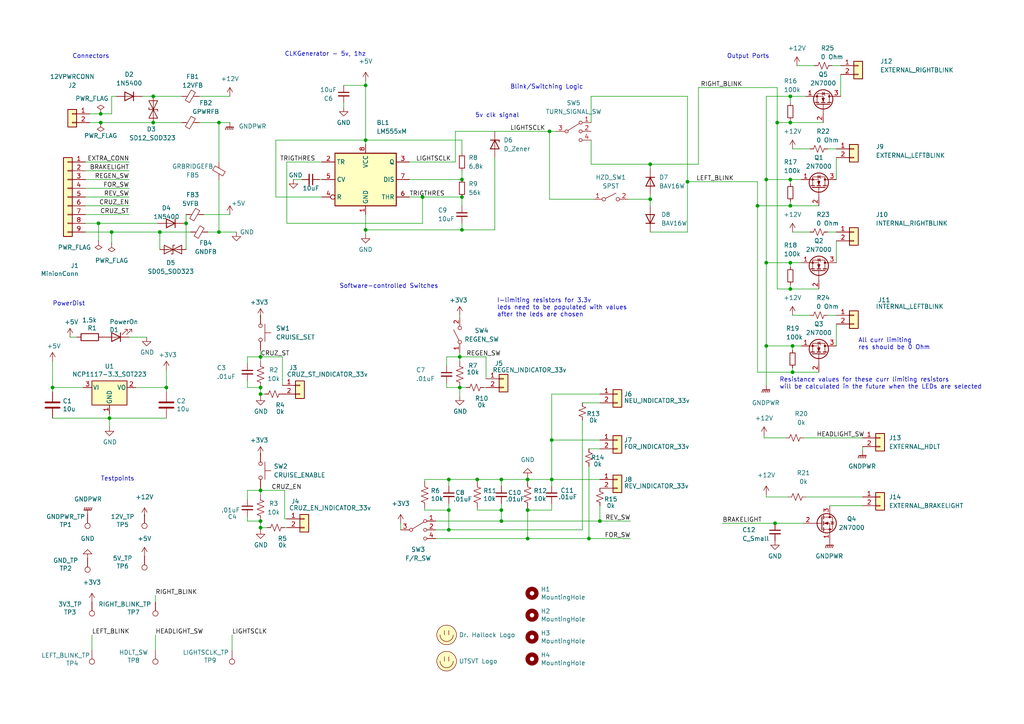
<source format=kicad_sch>
(kicad_sch (version 20211123) (generator eeschema)
  (paper "A4")
  (junction (at 133.985 52.07))
  (junction (at 130.175 139.065))
  (junction (at 48.26 112.395))
  (junction (at 222.25 52.07))
  (junction (at 75.565 103.505))
  (junction (at 130.175 147.955))
  (junction (at 160.02 127.635))
  (junction (at 229.235 83.82))
  (junction (at 159.385 38.1))
  (junction (at 173.99 151.13))
  (junction (at 224.79 151.765))
  (junction (at 229.235 59.69))
  (junction (at 106.045 40.64))
  (junction (at 170.815 156.21))
  (junction (at 153.035 156.21))
  (junction (at 44.45 27.94))
  (junction (at 106.045 66.675))
  (junction (at 133.985 66.675))
  (junction (at 122.555 57.15))
  (junction (at 188.595 47.625))
  (junction (at 145.415 147.955))
  (junction (at 75.565 142.24))
  (junction (at 63.5 67.31))
  (junction (at 15.24 112.395))
  (junction (at 75.565 112.395))
  (junction (at 75.565 153.035))
  (junction (at 222.25 100.33))
  (junction (at 63.5 35.56))
  (junction (at 225.425 35.56))
  (junction (at 32.385 67.31))
  (junction (at 229.87 100.33))
  (junction (at 229.87 107.95))
  (junction (at 133.35 112.395))
  (junction (at 222.25 76.2))
  (junction (at 229.235 27.94))
  (junction (at 153.035 139.065))
  (junction (at 75.565 151.13))
  (junction (at 229.235 76.2))
  (junction (at 145.415 139.065))
  (junction (at 229.235 52.07))
  (junction (at 44.45 35.56))
  (junction (at 133.35 103.505))
  (junction (at 160.02 139.065))
  (junction (at 188.595 57.785))
  (junction (at 28.575 64.77))
  (junction (at 75.565 114.3))
  (junction (at 133.985 57.15))
  (junction (at 46.355 67.31))
  (junction (at 53.975 64.77))
  (junction (at 130.175 153.67))
  (junction (at 31.75 121.285))
  (junction (at 138.43 139.065))
  (junction (at 199.39 52.705))
  (junction (at 106.045 24.765))
  (junction (at 145.415 151.13))
  (junction (at 229.235 35.56))
  (junction (at 219.71 59.69))
  (junction (at 153.035 147.955))
  (junction (at 29.21 33.02))
  (junction (at 29.21 35.56))
  (wire (pts (xy 229.235 52.07) (xy 232.41 52.07)))
  (wire (pts (xy 133.35 102.235) (xy 133.35 103.505)))
  (wire (pts (xy 160.02 146.05) (xy 160.02 147.955)))
  (wire (pts (xy 229.87 100.33) (xy 232.41 100.33)))
  (wire (pts (xy 153.035 147.32) (xy 153.035 147.955)))
  (wire (pts (xy 37.465 46.99) (xy 24.765 46.99)))
  (wire (pts (xy 140.335 112.395) (xy 140.97 112.395)))
  (wire (pts (xy 145.415 147.955) (xy 145.415 151.13)))
  (wire (pts (xy 83.185 46.99) (xy 93.345 46.99)))
  (wire (pts (xy 82.55 142.24) (xy 82.55 150.495)))
  (wire (pts (xy 229.235 82.55) (xy 229.235 83.82)))
  (wire (pts (xy 229.87 107.95) (xy 237.49 107.95)))
  (wire (pts (xy 126.365 151.13) (xy 145.415 151.13)))
  (wire (pts (xy 106.045 66.675) (xy 133.985 66.675)))
  (wire (pts (xy 57.785 35.56) (xy 63.5 35.56)))
  (wire (pts (xy 130.175 153.67) (xy 126.365 153.67)))
  (wire (pts (xy 71.755 151.13) (xy 75.565 151.13)))
  (wire (pts (xy 229.235 27.94) (xy 229.235 29.845)))
  (wire (pts (xy 229.235 76.2) (xy 229.235 77.47)))
  (wire (pts (xy 44.45 27.94) (xy 52.705 27.94)))
  (wire (pts (xy 63.5 35.56) (xy 63.5 46.99)))
  (wire (pts (xy 171.45 27.94) (xy 199.39 27.94)))
  (wire (pts (xy 32.385 67.31) (xy 46.355 67.31)))
  (wire (pts (xy 29.21 33.02) (xy 26.035 33.02)))
  (wire (pts (xy 133.35 112.395) (xy 135.255 112.395)))
  (wire (pts (xy 160.02 147.955) (xy 153.035 147.955)))
  (wire (pts (xy 168.91 153.67) (xy 130.175 153.67)))
  (wire (pts (xy 82.55 150.495) (xy 83.185 150.495)))
  (wire (pts (xy 75.565 91.44) (xy 75.565 92.075)))
  (wire (pts (xy 209.55 151.765) (xy 224.79 151.765)))
  (wire (pts (xy 118.745 46.99) (xy 132.08 46.99)))
  (wire (pts (xy 225.425 25.4) (xy 225.425 35.56)))
  (wire (pts (xy 24.13 112.395) (xy 15.24 112.395)))
  (wire (pts (xy 37.465 49.53) (xy 24.765 49.53)))
  (wire (pts (xy 80.01 40.64) (xy 106.045 40.64)))
  (wire (pts (xy 28.575 64.77) (xy 45.72 64.77)))
  (wire (pts (xy 145.415 139.065) (xy 153.035 139.065)))
  (wire (pts (xy 229.235 76.2) (xy 222.25 76.2)))
  (wire (pts (xy 123.19 147.32) (xy 123.19 147.955)))
  (wire (pts (xy 199.39 52.705) (xy 219.71 52.705)))
  (wire (pts (xy 126.365 156.21) (xy 153.035 156.21)))
  (wire (pts (xy 48.26 112.395) (xy 48.26 113.665)))
  (wire (pts (xy 242.57 45.72) (xy 242.57 52.07)))
  (wire (pts (xy 160.02 139.065) (xy 173.99 139.065)))
  (wire (pts (xy 71.755 112.395) (xy 75.565 112.395)))
  (wire (pts (xy 59.055 62.23) (xy 66.675 62.23)))
  (wire (pts (xy 173.99 114.3) (xy 160.02 114.3)))
  (wire (pts (xy 219.71 107.95) (xy 229.87 107.95)))
  (wire (pts (xy 173.99 146.685) (xy 173.99 151.13)))
  (wire (pts (xy 32.385 27.94) (xy 33.655 27.94)))
  (wire (pts (xy 123.19 139.065) (xy 123.19 139.7)))
  (wire (pts (xy 32.385 33.02) (xy 32.385 27.94)))
  (wire (pts (xy 153.035 138.43) (xy 153.035 139.065)))
  (wire (pts (xy 240.665 146.685) (xy 250.19 146.685)))
  (wire (pts (xy 225.425 83.82) (xy 229.235 83.82)))
  (wire (pts (xy 250.19 130.81) (xy 250.19 129.54)))
  (wire (pts (xy 75.565 153.035) (xy 77.47 153.035)))
  (wire (pts (xy 76.835 114.3) (xy 75.565 114.3)))
  (wire (pts (xy 241.3 19.05) (xy 243.84 19.05)))
  (wire (pts (xy 225.425 35.56) (xy 225.425 83.82)))
  (wire (pts (xy 92.71 52.07) (xy 93.345 52.07)))
  (wire (pts (xy 116.205 153.67) (xy 116.205 151.765)))
  (wire (pts (xy 229.235 52.07) (xy 229.235 53.34)))
  (wire (pts (xy 225.425 35.56) (xy 229.235 35.56)))
  (wire (pts (xy 28.575 64.77) (xy 28.575 69.85)))
  (wire (pts (xy 106.045 67.945) (xy 106.045 66.675)))
  (wire (pts (xy 224.79 151.765) (xy 233.045 151.765)))
  (wire (pts (xy 222.25 100.33) (xy 222.25 111.76)))
  (wire (pts (xy 129.54 103.505) (xy 129.54 106.045)))
  (wire (pts (xy 133.985 40.64) (xy 133.985 44.45)))
  (wire (pts (xy 129.54 111.125) (xy 129.54 112.395)))
  (wire (pts (xy 233.68 144.145) (xy 250.19 144.145)))
  (wire (pts (xy 37.465 62.23) (xy 24.765 62.23)))
  (wire (pts (xy 46.355 67.31) (xy 46.355 72.39)))
  (wire (pts (xy 122.555 64.77) (xy 122.555 57.15)))
  (wire (pts (xy 219.71 52.705) (xy 219.71 59.69)))
  (wire (pts (xy 229.87 91.44) (xy 234.95 91.44)))
  (wire (pts (xy 44.45 35.56) (xy 52.705 35.56)))
  (wire (pts (xy 133.35 92.075) (xy 133.35 91.44)))
  (wire (pts (xy 71.755 142.24) (xy 75.565 142.24)))
  (wire (pts (xy 67.31 184.15) (xy 67.31 188.595)))
  (wire (pts (xy 229.235 34.925) (xy 229.235 35.56)))
  (wire (pts (xy 170.815 135.255) (xy 170.815 156.21)))
  (wire (pts (xy 229.87 67.31) (xy 234.95 67.31)))
  (wire (pts (xy 26.67 184.15) (xy 26.67 188.595)))
  (wire (pts (xy 32.385 70.485) (xy 32.385 67.31)))
  (wire (pts (xy 140.97 103.505) (xy 140.97 109.855)))
  (wire (pts (xy 202.565 25.4) (xy 225.425 25.4)))
  (wire (pts (xy 242.57 69.85) (xy 242.57 76.2)))
  (wire (pts (xy 63.5 52.07) (xy 63.5 67.31)))
  (wire (pts (xy 170.815 130.175) (xy 173.99 130.175)))
  (wire (pts (xy 75.565 142.24) (xy 82.55 142.24)))
  (wire (pts (xy 188.595 47.625) (xy 188.595 48.895)))
  (wire (pts (xy 240.03 67.31) (xy 242.57 67.31)))
  (wire (pts (xy 75.565 104.775) (xy 75.565 103.505)))
  (wire (pts (xy 170.815 156.21) (xy 182.88 156.21)))
  (wire (pts (xy 133.35 103.505) (xy 140.97 103.505)))
  (wire (pts (xy 159.385 38.1) (xy 159.385 57.785)))
  (wire (pts (xy 222.25 52.07) (xy 222.25 76.2)))
  (wire (pts (xy 83.185 46.99) (xy 83.185 64.77)))
  (wire (pts (xy 68.58 67.31) (xy 63.5 67.31)))
  (wire (pts (xy 29.21 35.56) (xy 44.45 35.56)))
  (wire (pts (xy 171.45 47.625) (xy 188.595 47.625)))
  (wire (pts (xy 106.045 40.64) (xy 133.985 40.64)))
  (wire (pts (xy 37.465 52.07) (xy 24.765 52.07)))
  (wire (pts (xy 45.085 172.72) (xy 45.085 174.625)))
  (wire (pts (xy 81.915 103.505) (xy 81.915 111.76)))
  (wire (pts (xy 173.99 127.635) (xy 160.02 127.635)))
  (wire (pts (xy 233.045 127) (xy 250.19 127)))
  (wire (pts (xy 159.385 57.785) (xy 172.085 57.785)))
  (wire (pts (xy 118.745 57.15) (xy 122.555 57.15)))
  (wire (pts (xy 28.575 64.77) (xy 24.765 64.77)))
  (wire (pts (xy 219.71 59.69) (xy 229.235 59.69)))
  (wire (pts (xy 143.51 45.72) (xy 143.51 66.675)))
  (wire (pts (xy 173.99 151.13) (xy 182.88 151.13)))
  (wire (pts (xy 53.34 64.77) (xy 53.975 64.77)))
  (wire (pts (xy 159.385 38.1) (xy 161.29 38.1)))
  (wire (pts (xy 219.71 59.69) (xy 219.71 107.95)))
  (wire (pts (xy 106.045 24.765) (xy 106.045 40.64)))
  (wire (pts (xy 188.595 47.625) (xy 202.565 47.625)))
  (wire (pts (xy 145.415 139.065) (xy 145.415 140.97)))
  (wire (pts (xy 71.755 142.24) (xy 71.755 144.78)))
  (wire (pts (xy 82.55 153.035) (xy 83.185 153.035)))
  (wire (pts (xy 229.235 59.69) (xy 237.49 59.69)))
  (wire (pts (xy 222.25 52.07) (xy 229.235 52.07)))
  (wire (pts (xy 75.565 131.445) (xy 75.565 132.08)))
  (wire (pts (xy 153.035 156.21) (xy 170.815 156.21)))
  (wire (pts (xy 231.14 19.05) (xy 236.22 19.05)))
  (wire (pts (xy 232.41 76.2) (xy 229.235 76.2)))
  (wire (pts (xy 133.985 64.77) (xy 133.985 66.675)))
  (wire (pts (xy 133.985 66.675) (xy 143.51 66.675)))
  (wire (pts (xy 130.175 139.065) (xy 138.43 139.065)))
  (wire (pts (xy 85.09 52.07) (xy 87.63 52.07)))
  (wire (pts (xy 37.465 97.79) (xy 42.545 97.79)))
  (wire (pts (xy 60.325 67.31) (xy 63.5 67.31)))
  (wire (pts (xy 222.25 76.2) (xy 222.25 100.33)))
  (wire (pts (xy 199.39 67.31) (xy 199.39 52.705)))
  (wire (pts (xy 222.25 27.94) (xy 229.235 27.94)))
  (wire (pts (xy 75.565 143.51) (xy 75.565 142.24)))
  (wire (pts (xy 75.565 153.035) (xy 75.565 151.13)))
  (wire (pts (xy 133.985 49.53) (xy 133.985 52.07)))
  (wire (pts (xy 222.25 27.94) (xy 222.25 52.07)))
  (wire (pts (xy 122.555 57.15) (xy 133.985 57.15)))
  (wire (pts (xy 188.595 57.785) (xy 188.595 56.515)))
  (wire (pts (xy 133.985 57.15) (xy 133.985 59.69)))
  (wire (pts (xy 71.755 103.505) (xy 75.565 103.505)))
  (wire (pts (xy 37.465 59.69) (xy 24.765 59.69)))
  (wire (pts (xy 31.75 123.825) (xy 31.75 121.285)))
  (wire (pts (xy 118.745 52.07) (xy 133.985 52.07)))
  (wire (pts (xy 71.755 149.86) (xy 71.755 151.13)))
  (wire (pts (xy 160.02 127.635) (xy 160.02 139.065)))
  (wire (pts (xy 48.26 121.285) (xy 31.75 121.285)))
  (wire (pts (xy 130.175 146.05) (xy 130.175 147.955)))
  (wire (pts (xy 221.615 126.365) (xy 221.615 127)))
  (wire (pts (xy 45.085 184.15) (xy 45.085 188.595)))
  (wire (pts (xy 132.08 46.99) (xy 132.08 38.1)))
  (wire (pts (xy 168.91 121.92) (xy 168.91 153.67)))
  (wire (pts (xy 106.045 66.675) (xy 106.045 62.23)))
  (wire (pts (xy 145.415 146.05) (xy 145.415 147.955)))
  (wire (pts (xy 229.87 106.68) (xy 229.87 107.95)))
  (wire (pts (xy 41.91 149.86) (xy 41.91 149.225)))
  (wire (pts (xy 123.19 147.955) (xy 130.175 147.955)))
  (wire (pts (xy 153.035 147.955) (xy 153.035 156.21)))
  (wire (pts (xy 46.355 67.31) (xy 55.245 67.31)))
  (wire (pts (xy 171.45 47.625) (xy 171.45 40.64)))
  (wire (pts (xy 229.235 83.82) (xy 237.49 83.82)))
  (wire (pts (xy 57.785 27.94) (xy 66.675 27.94)))
  (wire (pts (xy 188.595 57.785) (xy 188.595 59.69)))
  (wire (pts (xy 37.465 57.15) (xy 24.765 57.15)))
  (wire (pts (xy 53.975 62.23) (xy 53.975 64.77)))
  (wire (pts (xy 71.755 105.41) (xy 71.755 103.505)))
  (wire (pts (xy 222.25 144.145) (xy 228.6 144.145)))
  (wire (pts (xy 15.24 104.775) (xy 15.24 112.395)))
  (wire (pts (xy 48.26 107.315) (xy 48.26 112.395)))
  (wire (pts (xy 171.45 27.94) (xy 171.45 35.56)))
  (wire (pts (xy 132.08 38.1) (xy 159.385 38.1)))
  (wire (pts (xy 138.43 139.065) (xy 145.415 139.065)))
  (wire (pts (xy 133.35 103.505) (xy 133.35 104.775)))
  (wire (pts (xy 63.5 35.56) (xy 66.675 35.56)))
  (wire (pts (xy 80.01 57.15) (xy 93.345 57.15)))
  (wire (pts (xy 199.39 27.94) (xy 199.39 52.705)))
  (wire (pts (xy 153.035 139.065) (xy 160.02 139.065)))
  (wire (pts (xy 31.75 121.285) (xy 31.75 120.015)))
  (wire (pts (xy 153.035 139.065) (xy 153.035 139.7)))
  (wire (pts (xy 83.185 64.77) (xy 122.555 64.77)))
  (wire (pts (xy 106.045 23.495) (xy 106.045 24.765)))
  (wire (pts (xy 221.615 127) (xy 227.965 127)))
  (wire (pts (xy 229.235 35.56) (xy 238.76 35.56)))
  (wire (pts (xy 138.43 147.32) (xy 138.43 147.955)))
  (wire (pts (xy 188.595 67.31) (xy 199.39 67.31)))
  (wire (pts (xy 160.02 139.065) (xy 160.02 140.97)))
  (wire (pts (xy 123.19 139.065) (xy 130.175 139.065)))
  (wire (pts (xy 160.02 114.3) (xy 160.02 127.635)))
  (wire (pts (xy 71.755 110.49) (xy 71.755 112.395)))
  (wire (pts (xy 222.25 100.33) (xy 229.87 100.33)))
  (wire (pts (xy 15.24 121.285) (xy 31.75 121.285)))
  (wire (pts (xy 240.03 43.18) (xy 242.57 43.18)))
  (wire (pts (xy 133.35 112.395) (xy 133.35 114.935)))
  (wire (pts (xy 15.24 113.665) (xy 15.24 112.395)))
  (wire (pts (xy 229.87 100.33) (xy 229.87 101.6)))
  (wire (pts (xy 229.235 58.42) (xy 229.235 59.69)))
  (wire (pts (xy 75.565 141.605) (xy 75.565 142.24)))
  (wire (pts (xy 75.565 103.505) (xy 75.565 101.6)))
  (wire (pts (xy 99.695 24.765) (xy 106.045 24.765)))
  (wire (pts (xy 182.245 57.785) (xy 188.595 57.785)))
  (wire (pts (xy 242.57 93.98) (xy 242.57 100.33)))
  (wire (pts (xy 130.175 139.065) (xy 130.175 140.97)))
  (wire (pts (xy 106.045 40.64) (xy 106.045 41.91)))
  (wire (pts (xy 222.25 143.51) (xy 222.25 144.145)))
  (wire (pts (xy 240.03 91.44) (xy 242.57 91.44)))
  (wire (pts (xy 80.01 57.15) (xy 80.01 40.64)))
  (wire (pts (xy 75.565 153.67) (xy 75.565 153.035)))
  (wire (pts (xy 29.21 33.02) (xy 32.385 33.02)))
  (wire (pts (xy 53.975 64.77) (xy 53.975 72.39)))
  (wire (pts (xy 138.43 139.065) (xy 138.43 139.7)))
  (wire (pts (xy 129.54 112.395) (xy 133.35 112.395)))
  (wire (pts (xy 130.175 147.955) (xy 130.175 153.67)))
  (wire (pts (xy 202.565 47.625) (xy 202.565 25.4)))
  (wire (pts (xy 75.565 103.505) (xy 81.915 103.505)))
  (wire (pts (xy 229.87 43.18) (xy 234.95 43.18)))
  (wire (pts (xy 39.37 112.395) (xy 48.26 112.395)))
  (wire (pts (xy 145.415 151.13) (xy 173.99 151.13)))
  (wire (pts (xy 168.91 116.84) (xy 173.99 116.84)))
  (wire (pts (xy 75.565 112.395) (xy 75.565 114.3)))
  (wire (pts (xy 229.235 27.94) (xy 233.68 27.94)))
  (wire (pts (xy 129.54 103.505) (xy 133.35 103.505)))
  (wire (pts (xy 37.465 54.61) (xy 24.765 54.61)))
  (wire (pts (xy 41.275 27.94) (xy 44.45 27.94)))
  (wire (pts (xy 29.21 35.56) (xy 26.035 35.56)))
  (wire (pts (xy 75.565 114.3) (xy 75.565 114.935)))
  (wire (pts (xy 99.695 31.115) (xy 99.695 29.845)))
  (wire (pts (xy 138.43 147.955) (xy 145.415 147.955)))
  (wire (pts (xy 243.84 21.59) (xy 243.84 27.94)))
  (wire (pts (xy 32.385 67.31) (xy 24.765 67.31)))
  (wire (pts (xy 20.32 97.79) (xy 22.225 97.79)))
  (text "Resistance values for these curr limiting resistors  \nwill be calculated in the future when the LEDs are selected" (at 226.06 113.03 0) (effects (font (size 1.27 1.27)) (justify left bottom)))
  (text "I-limiting resistors for 3.3v\nleds need to be populated with values\nafter the leds are chosen" (at 144.145 92.075 0) (effects (font (size 1.27 1.27)) (justify left bottom)))
  (text "PowerDist\n" (at 15.24 88.9 0) (effects (font (size 1.27 1.27)) (justify left bottom)))
  (text "Blink/Switching Logic\n" (at 147.955 26.035 0) (effects (font (size 1.27 1.27)) (justify left bottom)))
  (text "CLKGenerator - 5v, 1hz\n" (at 82.55 16.51 0) (effects (font (size 1.27 1.27)) (justify left bottom)))
  (text "Testpoints\n" (at 29.21 139.7 0) (effects (font (size 1.27 1.27)) (justify left bottom)))
  (text "5v clk signal\n" (at 137.795 34.29 0) (effects (font (size 1.27 1.27)) (justify left bottom)))
  (text "All curr limiting\nres should be 0 Ohm" (at 248.92 101.6 0) (effects (font (size 1.27 1.27)) (justify left bottom)))
  (text "Connectors\n" (at 31.75 17.145 180) (effects (font (size 1.27 1.27)) (justify right bottom)))
  (text "Output Ports\n" (at 210.82 17.145 0) (effects (font (size 1.27 1.27)) (justify left bottom)))
  (text "Software-controlled Switches\n" (at 98.425 83.82 0) (effects (font (size 1.27 1.27)) (justify left bottom)))
  (label "REV_SW" (at 182.88 151.13 180))
  (label "REGEN_SW" (at 135.255 103.505 0))
  (label "LIGHTSCLK" (at 147.955 38.1 0))
  (label "EXTRA_CONN" (at 37.465 46.99 180))
  (label "LIGHTSCLK" (at 67.31 184.15 0))
  (label "REV_SW" (at 37.465 57.15 180))
  (label "TRIGTHRES" (at 118.745 57.15 0))
  (label "BRAKELIGHT" (at 209.55 151.765 0))
  (label "LEFT_BLINK" (at 26.67 184.15 0))
  (label "RIGHT_BLINK" (at 45.085 172.72 0))
  (label "HEADLIGHT_SW" (at 236.855 127 0))
  (label "HEADLIGHT_SW" (at 45.085 184.15 0))
  (label "CRUZ_EN" (at 78.74 142.24 0))
  (label "CRUZ_ST" (at 75.565 103.505 0))
  (label "TRIGTHRES" (at 91.44 46.99 180))
  (label "FOR_SW" (at 37.465 54.61 180))
  (label "CRUZ_EN" (at 37.465 59.69 180))
  (label "FOR_SW" (at 182.88 156.21 180))
  (label "LEFT_BLINK" (at 201.93 52.705 0))
  (label "BRAKELIGHT" (at 37.465 49.53 180))
  (label "REGEN_SW" (at 37.465 52.07 180))
  (label "CRUZ_ST" (at 37.465 62.23 180))
  (label "LIGHTSCLK" (at 120.65 46.99 0))
  (label "RIGHT_BLINK" (at 203.2 25.4 0))
  (symbol (lib_id "Mechanical:MountingHole") (at 154.305 191.135 0) (unit 1)
    (property "Reference" "H4" (at 156.845 189.9666 0) (effects (justify left)))
    (property "Value" "MountingHole" (at 156.845 192.278 0) (effects (justify left)))
    (property "Footprint" "MountingHole:MountingHole_3mm" (effects hide))
  )
  (symbol (lib_id "Mechanical:MountingHole") (at 154.305 184.785 0) (unit 1)
    (property "Reference" "H3" (at 156.845 183.6166 0) (effects (justify left)))
    (property "Value" "MountingHole" (at 156.845 185.928 0) (effects (justify left)))
    (property "Footprint" "MountingHole:MountingHole_3mm" (effects hide))
  )
  (symbol (lib_id "Mechanical:MountingHole") (at 154.305 178.435 0) (unit 1)
    (property "Reference" "H2" (at 156.845 177.2666 0) (effects (justify left)))
    (property "Value" "MountingHole" (at 156.845 179.578 0) (effects (justify left)))
    (property "Footprint" "MountingHole:MountingHole_3mm" (effects hide))
  )
  (symbol (lib_id "Mechanical:MountingHole") (at 154.305 172.085 0) (unit 1)
    (property "Reference" "H1" (at 156.845 170.9166 0) (effects (justify left)))
    (property "Value" "MountingHole" (at 156.845 173.228 0) (effects (justify left)))
    (property "Footprint" "MountingHole:MountingHole_3mm" (effects hide))
  )
  (symbol (lib_id "Controls-LightingPCB-rescue:Logo_Placeholder-utsvt-misc") (at 129.54 191.77 0) (unit 1)
    (property "Reference" "LOGO2" (effects hide))
    (property "Value" "UTSVT Logo" (at 133.096 191.77 0) (effects (justify left)))
    (property "Footprint" "UTSVT_Special:UTSVT_Logo_Symbol" (effects hide))
  )
  (symbol (lib_id "Controls-LightingPCB-rescue:Logo_Placeholder-utsvt-misc") (at 129.54 184.15 0) (unit 1)
    (property "Reference" "LOGO1" (effects hide))
    (property "Value" "Dr. Hallock Logo" (at 133.096 184.15 0) (effects (justify left)))
    (property "Footprint" "UTSVT_Special:Hallock_Image_Small" (effects hide))
  )
  (symbol (lib_id "Connector_Generic:Conn_01x09") (at 19.685 57.15 0) (mirror y) (unit 1)
    (property "Reference" "J1" (at 22.86 77.0636 0) (effects (justify left)))
    (property "Value" "MinionConn" (at 22.86 79.375 0) (effects (justify left)))
    (property "Footprint" "Connector_Molex:Molex_Micro-Fit_3.0_43650-0900_1x09_P3.00mm_Horizontal" (effects hide))
  )
  (symbol (lib_id "power:+5V") (at 66.675 62.23 0) (unit 1)
    (property "Reference" "#PWR0107" (effects hide))
    (property "Value" "+5V" (at 67.056 58.9788 0) (effects (justify left)))
  )
  (symbol (lib_id "power:GND") (at 68.58 67.31 0) (unit 1)
    (property "Reference" "#PWR0108" (effects hide))
    (property "Value" "GND" (at 73.66 67.31 0) (effects (justify right)))
  )
  (symbol (lib_id "Device:C_Small") (at 145.415 143.51 0) (unit 1)
    (property "Reference" "C10" (at 147.32 142.875 0) (effects (justify left)))
    (property "Value" ".01uF" (at 146.685 144.78 0) (effects (justify left)))
    (property "Footprint" "Capacitor_SMD:C_0805_2012Metric" (effects hide))
  )
  (symbol (lib_id "Diode:1N5400") (at 37.465 27.94 180) (unit 1)
    (property "Reference" "D2" (at 37.465 21.59 0))
    (property "Value" "1N5400" (at 37.465 24.13 0))
    (property "Footprint" "Diode_THT:D_DO-201AD_P15.24mm_Horizontal" (effects hide))
    (property "Datasheet" "http://www.vishay.com/docs/88516/1n5400.pdf" (effects hide))
  )
  (symbol (lib_id "Switch:SW_SPST") (at 133.35 97.155 90) (unit 1)
    (property "Reference" "SW4" (at 139.7 95.885 90))
    (property "Value" "REGEN_SW" (at 139.7 98.425 90))
    (property "Footprint" "Connector_Molex:Molex_Micro-Fit_3.0_43650-0200_1x02_P3.00mm_Horizontal" (effects hide))
  )
  (symbol (lib_id "Connector:TestPoint") (at 26.67 174.625 180) (unit 1)
    (property "Reference" "TP3" (at 20.32 177.5714 0))
    (property "Value" "3V3_TP" (at 20.32 175.26 0))
    (property "Footprint" "TestPoint:TestPoint_Pad_1.5x1.5mm" (effects hide))
  )
  (symbol (lib_id "Device:R_Small_US") (at 168.91 119.38 0) (unit 1)
    (property "Reference" "R13" (at 172.085 120.015 0))
    (property "Value" "0k" (at 172.085 121.92 0))
    (property "Footprint" "Resistor_SMD:R_0805_2012Metric" (effects hide))
  )
  (symbol (lib_id "Device:R_US") (at 75.565 108.585 0) (unit 1)
    (property "Reference" "R2" (at 79.375 107.315 0))
    (property "Value" "10k" (at 79.375 109.855 0))
    (property "Footprint" "Resistor_SMD:R_0805_2012Metric" (effects hide))
    (property "Mouser Part Number" "71-CRCW080510K0FKEAC " (effects hide))
  )
  (symbol (lib_id "power:GND") (at 133.35 114.935 0) (unit 1)
    (property "Reference" "#PWR023" (effects hide))
    (property "Value" "GND" (at 133.477 119.3292 0))
  )
  (symbol (lib_id "Device:R_US") (at 123.19 143.51 0) (unit 1)
    (property "Reference" "R6" (at 124.9172 142.3416 0) (effects (justify left)))
    (property "Value" "10k" (at 124.9172 144.653 0) (effects (justify left)))
    (property "Footprint" "Resistor_SMD:R_0805_2012Metric" (effects hide))
  )
  (symbol (lib_id "power:+3.3V") (at 75.565 132.08 0) (mirror y) (unit 1)
    (property "Reference" "#PWR015" (effects hide))
    (property "Value" "+3.3V" (at 75.184 127.6858 0))
  )
  (symbol (lib_id "Device:R_Small_US") (at 230.505 127 90) (unit 1)
    (property "Reference" "R20" (at 232.41 120.015 90))
    (property "Value" "0k" (at 232.41 122.555 90))
    (property "Footprint" "Resistor_SMD:R_0805_2012Metric" (effects hide))
  )
  (symbol (lib_id "power:GND") (at 99.695 31.115 0) (unit 1)
    (property "Reference" "#PWR018" (effects hide))
    (property "Value" "GND" (at 99.695 35.56 0))
  )
  (symbol (lib_id "Device:R_Small_US") (at 237.49 91.44 270) (unit 1)
    (property "Reference" "R24" (at 238.76 86.36 90))
    (property "Value" "0 Ohm" (at 240.03 88.9 90))
    (property "Footprint" "Resistor_SMD:R_0805_2012Metric" (effects hide))
  )
  (symbol (lib_id "Connector:TestPoint") (at 25.4 161.925 180) (unit 1)
    (property "Reference" "TP2" (at 19.05 164.8714 0))
    (property "Value" "GND_TP" (at 19.05 162.56 0))
    (property "Footprint" "TestPoint:TestPoint_Pad_1.5x1.5mm" (effects hide))
  )
  (symbol (lib_id "Diode:SD12_SOD323") (at 44.45 31.75 90) (unit 1)
    (property "Reference" "D3" (at 42.545 37.465 90) (effects (justify right)))
    (property "Value" "SD12_SOD323" (at 37.465 40.005 90) (effects (justify right)))
    (property "Footprint" "Diode_SMD:D_SOD-323" (effects hide))
    (property "Datasheet" "https://www.littelfuse.com/~/media/electronics/datasheets/tvs_diode_arrays/littelfuse_tvs_diode_array_sd_c_datasheet.pdf.pdf" (effects hide))
  )
  (symbol (lib_id "power:GND") (at 85.09 52.07 0) (unit 1)
    (property "Reference" "#PWR017" (effects hide))
    (property "Value" "GND" (at 85.725 50.8 0))
  )
  (symbol (lib_id "Connector_Generic:Conn_01x02") (at 255.27 127 0) (unit 1)
    (property "Reference" "J13" (at 257.81 126.9999 0) (effects (justify left)))
    (property "Value" "EXTERNAL_HDLT" (at 257.81 129.5399 0) (effects (justify left)))
    (property "Footprint" "Connector_Molex:Molex_Micro-Fit_3.0_43650-0200_1x02_P3.00mm_Horizontal" (effects hide))
  )
  (symbol (lib_id "Connector_Generic:Conn_01x02") (at 255.27 144.145 0) (unit 1)
    (property "Reference" "J14" (at 257.81 144.1449 0) (effects (justify left)))
    (property "Value" "EXTERNAL_BRAKELIGHT" (at 257.81 146.6849 0) (effects (justify left)))
    (property "Footprint" "Connector_Molex:Molex_Micro-Fit_3.0_43650-0200_1x02_P3.00mm_Horizontal" (effects hide))
  )
  (symbol (lib_id "power:+5V") (at 15.24 104.775 0) (unit 1)
    (property "Reference" "#PWR01" (effects hide))
    (property "Value" "+5V" (at 15.621 100.3808 0))
  )
  (symbol (lib_id "Connector:TestPoint") (at 45.085 174.625 180) (unit 1)
    (property "Reference" "TP7" (at 38.735 177.5714 0))
    (property "Value" "RIGHT_BLINK_TP" (at 36.195 175.26 0))
    (property "Footprint" "TestPoint:TestPoint_Pad_1.5x1.5mm" (effects hide))
  )
  (symbol (lib_id "Device:FerriteBead_Small") (at 57.785 67.31 90) (unit 1)
    (property "Reference" "FB4" (at 59.69 70.485 90))
    (property "Value" "GNDFB" (at 59.69 73.025 90))
    (property "Footprint" "Inductor_SMD:L_0805_2012Metric" (effects hide))
  )
  (symbol (lib_id "Device:R_Small_US") (at 170.815 132.715 0) (unit 1)
    (property "Reference" "R14" (at 173.355 132.715 0))
    (property "Value" "0k" (at 173.355 134.62 0))
    (property "Footprint" "Resistor_SMD:R_0805_2012Metric" (effects hide))
  )
  (symbol (lib_id "Device:C_Small") (at 224.79 154.305 0) (unit 1)
    (property "Reference" "C12" (at 215.265 153.67 0) (effects (justify left)))
    (property "Value" "C_Small" (at 215.265 156.21 0) (effects (justify left)))
    (property "Footprint" "Capacitor_SMD:C_0805_2012Metric" (effects hide))
  )
  (symbol (lib_id "Connector_Generic:Conn_01x02") (at 179.07 127.635 0) (unit 1)
    (property "Reference" "J7" (at 180.975 127.635 0) (effects (justify left)))
    (property "Value" "FOR_INDICATOR_33v" (at 180.975 129.54 0) (effects (justify left)))
    (property "Footprint" "Connector_Molex:Molex_Micro-Fit_3.0_43650-0200_1x02_P3.00mm_Horizontal" (effects hide))
  )
  (symbol (lib_id "Transistor_FET:2N7000") (at 237.49 102.87 270) (mirror x) (unit 1)
    (property "Reference" "Q3" (at 237.49 93.98 90))
    (property "Value" "2N7000" (at 237.49 96.52 90))
    (property "Footprint" "Package_TO_SOT_THT:TO-92_Inline" (effects hide))
    (property "Datasheet" "https://www.vishay.com/docs/70226/70226.pdf" (effects hide))
  )
  (symbol (lib_id "Device:R_Small") (at 133.985 54.61 180) (unit 1)
    (property "Reference" "R9" (at 135.89 53.3399 0) (effects (justify right)))
    (property "Value" "56k" (at 135.89 55.8799 0) (effects (justify right)))
    (property "Footprint" "Resistor_SMD:R_0805_2012Metric" (effects hide))
  )
  (symbol (lib_id "power:+12V") (at 222.25 143.51 0) (unit 1)
    (property "Reference" "#PWR027" (effects hide))
    (property "Value" "+12V" (at 222.25 137.795 0))
  )
  (symbol (lib_id "Device:R_Small_US") (at 231.14 144.145 90) (unit 1)
    (property "Reference" "R21" (at 233.045 137.16 90))
    (property "Value" "0k" (at 233.045 139.7 90))
    (property "Footprint" "Resistor_SMD:R_0805_2012Metric" (effects hide))
  )
  (symbol (lib_id "Device:C_Small") (at 129.54 108.585 0) (unit 1)
    (property "Reference" "C7" (at 120.65 107.315 0) (effects (justify left)))
    (property "Value" ".01uF" (at 120.65 109.855 0) (effects (justify left)))
    (property "Footprint" "Capacitor_SMD:C_0805_2012Metric" (effects hide))
  )
  (symbol (lib_id "Device:R_US") (at 138.43 143.51 0) (unit 1)
    (property "Reference" "R11" (at 140.1572 142.3416 0) (effects (justify left)))
    (property "Value" "10k" (at 140.1572 144.653 0) (effects (justify left)))
    (property "Footprint" "Resistor_SMD:R_0805_2012Metric" (effects hide))
  )
  (symbol (lib_id "power:GND") (at 106.045 67.945 0) (unit 1)
    (property "Reference" "#PWR020" (effects hide))
    (property "Value" "GND" (at 106.045 72.39 0))
  )
  (symbol (lib_id "power:+12V") (at 229.87 67.31 0) (unit 1)
    (property "Reference" "#PWR030" (effects hide))
    (property "Value" "+12V" (at 229.87 62.23 0))
  )
  (symbol (lib_id "power:+3.3V") (at 75.565 92.075 0) (mirror y) (unit 1)
    (property "Reference" "#PWR013" (effects hide))
    (property "Value" "+3.3V" (at 75.184 87.6808 0))
  )
  (symbol (lib_id "power:+12V") (at 229.87 91.44 0) (unit 1)
    (property "Reference" "#PWR031" (effects hide))
    (property "Value" "+12V" (at 229.87 86.36 0))
  )
  (symbol (lib_id "Connector:TestPoint") (at 25.4 149.225 180) (unit 1)
    (property "Reference" "TP1" (at 19.05 152.1714 0))
    (property "Value" "GNDPWR_TP" (at 19.05 149.86 0))
    (property "Footprint" "TestPoint:TestPoint_Pad_1.5x1.5mm" (effects hide))
  )
  (symbol (lib_id "power:PWR_FLAG") (at 29.21 33.02 0) (unit 1)
    (property "Reference" "#FLG0104" (effects hide))
    (property "Value" "PWR_FLAG" (at 26.67 28.575 0))
  )
  (symbol (lib_id "Device:LED") (at 33.655 97.79 180) (unit 1)
    (property "Reference" "D1" (at 31.75 95.6564 0) (effects (justify right)))
    (property "Value" "PowerOn" (at 31.75 93.345 0) (effects (justify right)))
    (property "Footprint" "LED_SMD:LED_0805_2012Metric" (effects hide))
  )
  (symbol (lib_id "Device:R_Small") (at 133.985 46.99 0) (unit 1)
    (property "Reference" "R8" (at 135.89 45.7199 0) (effects (justify left)))
    (property "Value" "6.8k" (at 135.89 48.2599 0) (effects (justify left)))
    (property "Footprint" "Resistor_SMD:R_0805_2012Metric" (effects hide))
  )
  (symbol (lib_id "power:PWR_FLAG") (at 29.21 35.56 180) (unit 1)
    (property "Reference" "#FLG0101" (effects hide))
    (property "Value" "PWR_FLAG" (at 29.21 39.37 0))
  )
  (symbol (lib_id "Device:R_Small") (at 229.235 32.385 0) (unit 1)
    (property "Reference" "R16" (at 227.33 23.495 0) (effects (justify left)))
    (property "Value" "100k" (at 227.33 26.035 0) (effects (justify left)))
    (property "Footprint" "Resistor_SMD:R_0805_2012Metric" (effects hide))
  )
  (symbol (lib_id "Device:C") (at 15.24 117.475 0) (unit 1)
    (property "Reference" "C1" (at 18.161 116.3066 0) (effects (justify left)))
    (property "Value" "10u" (at 18.161 118.618 0) (effects (justify left)))
    (property "Footprint" "Capacitor_SMD:C_0805_2012Metric" (effects hide))
  )
  (symbol (lib_id "Device:C_Small") (at 160.02 143.51 0) (unit 1)
    (property "Reference" "C11" (at 162.56 142.24 0) (effects (justify left)))
    (property "Value" ".01uF" (at 161.925 144.145 0) (effects (justify left)))
    (property "Footprint" "Capacitor_SMD:C_0805_2012Metric" (effects hide))
  )
  (symbol (lib_id "Device:R_Small_US") (at 173.99 144.145 0) (unit 1)
    (property "Reference" "R15" (at 177.165 144.78 0))
    (property "Value" "0k" (at 177.165 146.685 0))
    (property "Footprint" "Resistor_SMD:R_0805_2012Metric" (effects hide))
  )
  (symbol (lib_id "power:GNDPWR") (at 222.25 111.76 0) (unit 1)
    (property "Reference" "#PWR026" (effects hide))
    (property "Value" "GNDPWR" (at 222.123 116.84 0))
  )
  (symbol (lib_id "power:+3.3V") (at 48.26 107.315 0) (unit 1)
    (property "Reference" "#PWR010" (effects hide))
    (property "Value" "+3.3V" (at 48.641 102.9208 0))
  )
  (symbol (lib_id "Connector_Generic:Conn_01x02") (at 247.65 43.18 0) (unit 1)
    (property "Reference" "J9" (at 254 42.545 0) (effects (justify left)))
    (property "Value" "EXTERNAL_LEFTBLINK" (at 254 45.085 0) (effects (justify left)))
    (property "Footprint" "Connector_Molex:Molex_Micro-Fit_3.0_43650-0200_1x02_P3.00mm_Horizontal" (effects hide))
  )
  (symbol (lib_id "power:+3.3V") (at 116.205 151.765 0) (unit 1)
    (property "Reference" "#PWR021" (effects hide))
    (property "Value" "+3.3V" (at 116.205 146.05 0))
  )
  (symbol (lib_id "power:+5V") (at 20.32 97.79 0) (unit 1)
    (property "Reference" "#PWR02" (effects hide))
    (property "Value" "+5V" (at 20.701 93.3958 0))
  )
  (symbol (lib_id "power:GNDPWR") (at 25.4 149.225 180) (unit 1)
    (property "Reference" "#PWR03" (effects hide))
    (property "Value" "GNDPWR" (at 25.527 144.78 0))
  )
  (symbol (lib_id "power:+5V") (at 106.045 23.495 0) (unit 1)
    (property "Reference" "#PWR019" (effects hide))
    (property "Value" "+5V" (at 106.045 17.78 0))
  )
  (symbol (lib_id "Connector_Generic:Conn_01x02") (at 179.07 114.3 0) (unit 1)
    (property "Reference" "J6" (at 180.975 114.3 0) (effects (justify left)))
    (property "Value" "NEU_INDICATOR_33v" (at 180.975 116.205 0) (effects (justify left)))
    (property "Footprint" "Connector_Molex:Molex_Micro-Fit_3.0_43650-0200_1x02_P3.00mm_Horizontal" (effects hide))
  )
  (symbol (lib_id "power:+5V") (at 41.91 161.29 0) (unit 1)
    (property "Reference" "#PWR08" (effects hide))
    (property "Value" "+5V" (at 41.91 156.21 0))
  )
  (symbol (lib_id "power:GNDPWR") (at 250.19 130.81 0) (unit 1)
    (property "Reference" "#PWR034" (effects hide))
    (property "Value" "GNDPWR" (at 250.063 135.255 0))
  )
  (symbol (lib_id "power:+3.3V") (at 26.67 174.625 0) (unit 1)
    (property "Reference" "#PWR05" (effects hide))
    (property "Value" "+3.3V" (at 26.67 168.91 0))
  )
  (symbol (lib_id "power:GNDPWR") (at 240.665 156.845 0) (unit 1)
    (property "Reference" "#PWR033" (effects hide))
    (property "Value" "GNDPWR" (at 240.538 161.29 0))
  )
  (symbol (lib_id "Device:C_Small") (at 71.755 107.95 0) (unit 1)
    (property "Reference" "C3" (at 62.865 106.68 0) (effects (justify left)))
    (property "Value" ".01uF" (at 62.865 109.22 0) (effects (justify left)))
    (property "Footprint" "Capacitor_SMD:C_0805_2012Metric" (effects hide))
  )
  (symbol (lib_id "power:GND") (at 42.545 97.79 0) (unit 1)
    (property "Reference" "#PWR09" (effects hide))
    (property "Value" "GND" (at 42.672 102.1842 0))
  )
  (symbol (lib_id "Connector_Generic:Conn_01x02") (at 248.92 19.05 0) (unit 1)
    (property "Reference" "J12" (at 255.27 17.78 0) (effects (justify left)))
    (property "Value" "EXTERNAL_RIGHTBLINK" (at 255.27 20.32 0) (effects (justify left)))
    (property "Footprint" "Connector_Molex:Molex_Micro-Fit_3.0_43650-0200_1x02_P3.00mm_Horizontal" (effects hide))
  )
  (symbol (lib_id "power:+12V") (at 66.675 27.94 0) (unit 1)
    (property "Reference" "#PWR011" (effects hide))
    (property "Value" "+12V" (at 66.675 22.86 0))
  )
  (symbol (lib_id "Device:R_US") (at 153.035 143.51 0) (unit 1)
    (property "Reference" "R12" (at 154.7622 142.3416 0) (effects (justify left)))
    (property "Value" "10k" (at 154.7622 144.653 0) (effects (justify left)))
    (property "Footprint" "Resistor_SMD:R_0805_2012Metric" (effects hide))
  )
  (symbol (lib_id "Diode:1N5400") (at 49.53 64.77 180) (unit 1)
    (property "Reference" "D4" (at 48.26 60.325 0))
    (property "Value" "1N5400" (at 48.26 62.865 0))
    (property "Footprint" "Diode_THT:D_DO-201AD_P15.24mm_Horizontal" (effects hide))
    (property "Datasheet" "http://www.vishay.com/docs/88516/1n5400.pdf" (effects hide))
  )
  (symbol (lib_id "power:PWR_FLAG") (at 28.575 69.85 180) (unit 1)
    (property "Reference" "#FLG0105" (effects hide))
    (property "Value" "PWR_FLAG" (at 21.59 71.755 0))
  )
  (symbol (lib_id "Regulator_Linear:NCP1117-3.3_SOT223") (at 31.75 112.395 0) (unit 1)
    (property "Reference" "U1" (at 31.75 106.2482 0))
    (property "Value" "NCP1117-3.3_SOT223" (at 31.75 108.5596 0))
    (property "Footprint" "Package_TO_SOT_SMD:SOT-223-3_TabPin2" (effects hide))
    (property "Datasheet" "http://www.onsemi.com/pub_link/Collateral/NCP1117-D.PDF" (effects hide))
  )
  (symbol (lib_id "Device:C") (at 48.26 117.475 0) (unit 1)
    (property "Reference" "C2" (at 51.181 116.3066 0) (effects (justify left)))
    (property "Value" "10u" (at 51.181 118.618 0) (effects (justify left)))
    (property "Footprint" "Capacitor_SMD:C_0805_2012Metric" (effects hide))
  )
  (symbol (lib_id "power:GND") (at 31.75 123.825 0) (unit 1)
    (property "Reference" "#PWR06" (effects hide))
    (property "Value" "GND" (at 31.877 128.2192 0))
  )
  (symbol (lib_id "Diode:SD05_SOD323") (at 50.165 72.39 0) (unit 1)
    (property "Reference" "D5" (at 49.53 76.2 0))
    (property "Value" "SD05_SOD323" (at 49.53 78.74 0))
    (property "Footprint" "Diode_SMD:D_SOD-323" (effects hide))
    (property "Datasheet" "https://www.littelfuse.com/~/media/electronics/datasheets/tvs_diode_arrays/littelfuse_tvs_diode_array_sd_c_datasheet.pdf.pdf" (effects hide))
  )
  (symbol (lib_id "Diode:BAV16W") (at 188.595 63.5 90) (unit 1)
    (property "Reference" "D8" (at 191.77 62.2299 90) (effects (justify right)))
    (property "Value" "BAV16W" (at 191.77 64.7699 90) (effects (justify right)))
    (property "Footprint" "Diode_SMD:D_SOD-123" (effects hide))
    (property "Datasheet" "https://www.diodes.com/assets/Datasheets/ds30086.pdf" (effects hide))
  )
  (symbol (lib_id "Transistor_FET:2N7000") (at 238.76 30.48 270) (mirror x) (unit 1)
    (property "Reference" "Q5" (at 238.76 21.59 90))
    (property "Value" "2N7000" (at 238.76 24.13 90))
    (property "Footprint" "Package_TO_SOT_THT:TO-92_Inline" (effects hide))
    (property "Datasheet" "https://www.vishay.com/docs/70226/70226.pdf" (effects hide))
  )
  (symbol (lib_id "Connector_Generic:Conn_01x02") (at 88.265 150.495 0) (unit 1)
    (property "Reference" "J4" (at 84.455 145.415 0) (effects (justify left)))
    (property "Value" "CRUZ_EN_INDICATOR_33v" (at 83.82 147.32 0) (effects (justify left)))
    (property "Footprint" "Connector_Molex:Molex_Micro-Fit_3.0_43650-0200_1x02_P3.00mm_Horizontal" (effects hide))
  )
  (symbol (lib_id "power:+12V") (at 229.87 43.18 0) (unit 1)
    (property "Reference" "#PWR029" (effects hide))
    (property "Value" "+12V" (at 229.87 38.1 0))
  )
  (symbol (lib_id "Connector_Generic:Conn_01x02") (at 179.07 139.065 0) (unit 1)
    (property "Reference" "J8" (at 180.975 139.065 0) (effects (justify left)))
    (property "Value" "REV_INDICATOR_33v" (at 180.975 140.97 0) (effects (justify left)))
    (property "Footprint" "Connector_Molex:Molex_Micro-Fit_3.0_43650-0200_1x02_P3.00mm_Horizontal" (effects hide))
  )
  (symbol (lib_id "Device:FerriteBead_Small") (at 63.5 49.53 180) (unit 1)
    (property "Reference" "FB5" (at 55.88 50.8 0))
    (property "Value" "GRBRIDGEFB" (at 55.88 48.26 0))
    (property "Footprint" "Inductor_SMD:L_0805_2012Metric" (effects hide))
  )
  (symbol (lib_id "Connector:TestPoint") (at 67.31 188.595 180) (unit 1)
    (property "Reference" "TP9" (at 60.96 191.5414 0))
    (property "Value" "LIGHTSCLK_TP" (at 59.69 189.23 0))
    (property "Footprint" "TestPoint:TestPoint_Pad_1.5x1.5mm" (effects hide))
  )
  (symbol (lib_id "power:+3.3V") (at 133.35 91.44 0) (mirror y) (unit 1)
    (property "Reference" "#PWR022" (effects hide))
    (property "Value" "+3.3V" (at 132.969 87.0458 0))
  )
  (symbol (lib_id "Device:R_Small_US") (at 137.795 112.395 270) (unit 1)
    (property "Reference" "R10" (at 139.7 115.57 90))
    (property "Value" "0k" (at 139.7 117.475 90))
    (property "Footprint" "Resistor_SMD:R_0805_2012Metric" (effects hide))
    (property "Mouser" "CRCW08050000Z0ECC" (effects hide))
  )
  (symbol (lib_id "Device:R_Small_US") (at 237.49 43.18 270) (unit 1)
    (property "Reference" "R22" (at 238.76 38.1 90))
    (property "Value" "0 Ohm" (at 240.03 40.64 90))
    (property "Footprint" "Resistor_SMD:R_0805_2012Metric" (effects hide))
  )
  (symbol (lib_id "Device:R_Small_US") (at 79.375 114.3 270) (unit 1)
    (property "Reference" "R4" (at 81.28 117.475 90))
    (property "Value" "0k" (at 81.28 119.38 90))
    (property "Footprint" "Resistor_SMD:R_0805_2012Metric" (effects hide))
  )
  (symbol (lib_id "Connector:TestPoint") (at 45.085 188.595 180) (unit 1)
    (property "Reference" "TP8" (at 38.735 191.5414 0))
    (property "Value" "HDLT_SW" (at 38.735 189.23 0))
    (property "Footprint" "TestPoint:TestPoint_Pad_1.5x1.5mm" (effects hide))
  )
  (symbol (lib_id "Device:FerriteBead_Small") (at 56.515 62.23 90) (unit 1)
    (property "Reference" "FB3" (at 55.88 56.515 90))
    (property "Value" "5VFB" (at 55.245 59.055 90))
    (property "Footprint" "Inductor_SMD:L_0805_2012Metric" (effects hide))
  )
  (symbol (lib_id "Connector:TestPoint") (at 26.67 188.595 180) (unit 1)
    (property "Reference" "TP4" (at 20.955 192.405 0))
    (property "Value" "LEFT_BLINK_TP" (at 19.05 190.0936 0))
    (property "Footprint" "TestPoint:TestPoint_Pad_1.5x1.5mm" (effects hide))
  )
  (symbol (lib_id "Device:R_US") (at 75.565 147.32 180) (unit 1)
    (property "Reference" "R3" (at 79.375 146.05 0))
    (property "Value" "10k" (at 79.375 148.59 0))
    (property "Footprint" "Resistor_SMD:R_0805_2012Metric" (effects hide))
    (property "Mouser Part Number" "71-CRCW080510K0FKEAC " (effects hide))
  )
  (symbol (lib_id "Transistor_FET:2N7000") (at 237.49 78.74 270) (mirror x) (unit 1)
    (property "Reference" "Q2" (at 237.49 69.85 90))
    (property "Value" "2N7000" (at 237.49 72.39 90))
    (property "Footprint" "Package_TO_SOT_THT:TO-92_Inline" (effects hide))
    (property "Datasheet" "https://www.vishay.com/docs/70226/70226.pdf" (effects hide))
  )
  (symbol (lib_id "Switch:SW_Push") (at 75.565 96.52 270) (unit 1)
    (property "Reference" "SW1" (at 80.01 95.2499 90) (effects (justify left)))
    (property "Value" "CRUISE_SET" (at 80.01 97.7899 90) (effects (justify left)))
    (property "Footprint" "Connector_Molex:Molex_Micro-Fit_3.0_43650-0200_1x02_P3.00mm_Horizontal" (effects hide))
  )
  (symbol (lib_id "Transistor_FET:2N7000") (at 237.49 54.61 270) (mirror x) (unit 1)
    (property "Reference" "Q1" (at 237.49 45.72 90))
    (property "Value" "2N7000" (at 237.49 48.26 90))
    (property "Footprint" "Package_TO_SOT_THT:TO-92_Inline" (effects hide))
    (property "Datasheet" "https://www.vishay.com/docs/70226/70226.pdf" (effects hide))
  )
  (symbol (lib_id "Diode:BAV16W") (at 188.595 52.705 270) (unit 1)
    (property "Reference" "D7" (at 191.135 51.4349 90) (effects (justify left)))
    (property "Value" "BAV16W" (at 191.135 53.9749 90) (effects (justify left)))
    (property "Footprint" "Diode_SMD:D_SOD-123" (effects hide))
    (property "Datasheet" "https://www.diodes.com/assets/Datasheets/ds30086.pdf" (effects hide))
  )
  (symbol (lib_id "power:+12V") (at 221.615 126.365 0) (unit 1)
    (property "Reference" "#PWR025" (effects hide))
    (property "Value" "+12V" (at 221.615 121.285 0))
  )
  (symbol (lib_id "Device:R_Small") (at 229.235 80.01 0) (unit 1)
    (property "Reference" "R18" (at 227.33 71.12 0) (effects (justify left)))
    (property "Value" "100k" (at 227.33 73.66 0) (effects (justify left)))
    (property "Footprint" "Resistor_SMD:R_0805_2012Metric" (effects hide))
  )
  (symbol (lib_id "power:GND") (at 75.565 153.67 0) (unit 1)
    (property "Reference" "#PWR016" (effects hide))
    (property "Value" "GND" (at 75.692 158.0642 0))
  )
  (symbol (lib_id "Device:C_Small") (at 71.755 147.32 0) (unit 1)
    (property "Reference" "C4" (at 66.04 149.86 0) (effects (justify left)))
    (property "Value" ".01uF" (at 64.135 147.955 0) (effects (justify left)))
    (property "Footprint" "Capacitor_SMD:C_0805_2012Metric" (effects hide))
  )
  (symbol (lib_id "Device:C_Small") (at 133.985 62.23 0) (unit 1)
    (property "Reference" "C9" (at 127 60.96 0) (effects (justify left)))
    (property "Value" "10uF" (at 127 63.5 0) (effects (justify left)))
    (property "Footprint" "Capacitor_SMD:C_0805_2012Metric" (effects hide))
  )
  (symbol (lib_id "Timer:LM555xM") (at 106.045 52.07 0) (unit 1)
    (property "Reference" "BL1" (at 109.22 35.56 0) (effects (justify left)))
    (property "Value" "LM555xM" (at 109.22 38.1 0) (effects (justify left)))
    (property "Footprint" "Package_SO:SOIC-8_3.9x4.9mm_P1.27mm" (effects hide))
    (property "Datasheet" "http://www.ti.com/lit/ds/symlink/lm555.pdf" (effects hide))
  )
  (symbol (lib_id "power:GND") (at 153.035 138.43 180) (unit 1)
    (property "Reference" "#PWR024" (effects hide))
    (property "Value" "GND" (at 153.035 133.35 0))
  )
  (symbol (lib_id "Switch:SW_SPST") (at 177.165 57.785 0) (unit 1)
    (property "Reference" "HZD_SW1" (at 177.165 51.435 0))
    (property "Value" "SPST" (at 177.165 53.975 0))
    (property "Footprint" "Connector_Molex:Molex_Micro-Fit_3.0_43650-0200_1x02_P3.00mm_Horizontal" (effects hide))
  )
  (symbol (lib_id "power:PWR_FLAG") (at 32.385 70.485 180) (unit 1)
    (property "Reference" "#FLG0102" (effects hide))
    (property "Value" "PWR_FLAG" (at 32.385 75.565 0))
  )
  (symbol (lib_id "power:GND") (at 224.79 156.845 0) (unit 1)
    (property "Reference" "#PWR028" (effects hide))
    (property "Value" "GND" (at 224.79 161.29 0))
  )
  (symbol (lib_id "Device:R_Small_US") (at 80.01 153.035 270) (unit 1)
    (property "Reference" "R5" (at 81.915 156.21 90))
    (property "Value" "0k" (at 81.915 158.115 90))
    (property "Footprint" "Resistor_SMD:R_0805_2012Metric" (effects hide))
  )
  (symbol (lib_id "Device:R") (at 26.035 97.79 90) (unit 1)
    (property "Reference" "R1" (at 28.067 95.1484 90) (effects (justify left)))
    (property "Value" "1.5k" (at 28.067 92.837 90) (effects (justify left)))
    (property "Footprint" "Resistor_SMD:R_0805_2012Metric" (effects hide))
  )
  (symbol (lib_id "power:GNDPWR") (at 66.675 35.56 0) (unit 1)
    (property "Reference" "#PWR012" (effects hide))
    (property "Value" "GNDPWR" (at 69.215 36.6267 0) (effects (justify left)))
  )
  (symbol (lib_id "Device:R_US") (at 133.35 108.585 180) (unit 1)
    (property "Reference" "R7" (at 137.16 106.045 0))
    (property "Value" "10k" (at 137.16 107.95 0))
    (property "Footprint" "Resistor_SMD:R_0805_2012Metric" (effects hide))
  )
  (symbol (lib_id "power:GND") (at 25.4 161.925 180) (unit 1)
    (property "Reference" "#PWR04" (effects hide))
    (property "Value" "GND" (at 25.4 156.21 0))
  )
  (symbol (lib_id "Connector_Generic:Conn_01x02") (at 86.995 111.76 0) (unit 1)
    (property "Reference" "J3" (at 83.82 106.68 0) (effects (justify left)))
    (property "Value" "CRUZ_ST_INDICATOR_33v" (at 83.185 108.585 0) (effects (justify left)))
    (property "Footprint" "Connector_Molex:Molex_Micro-Fit_3.0_43650-0200_1x02_P3.00mm_Horizontal" (effects hide))
  )
  (symbol (lib_id "Transistor_FET:2N7000") (at 238.125 151.765 0) (unit 1)
    (property "Reference" "Q4" (at 247.015 150.495 0))
    (property "Value" "2N7000" (at 247.015 153.035 0))
    (property "Footprint" "Package_TO_SOT_THT:TO-92_Inline" (effects hide))
    (property "Datasheet" "https://www.vishay.com/docs/70226/70226.pdf" (effects hide))
  )
  (symbol (lib_id "Switch:SW_SP3T") (at 121.285 153.67 0) (unit 1)
    (property "Reference" "SW3" (at 121.285 159.385 0))
    (property "Value" "F/R_SW" (at 121.285 161.925 0))
    (property "Footprint" "Connector_Molex:Molex_Micro-Fit_3.0_43650-0300_1x03_P3.00mm_Horizontal" (effects hide))
  )
  (symbol (lib_id "Device:FerriteBead_Small") (at 55.245 27.94 90) (unit 1)
    (property "Reference" "FB1" (at 55.88 22.225 90))
    (property "Value" "12VFB" (at 55.88 24.765 90))
    (property "Footprint" "Inductor_SMD:L_0805_2012Metric" (effects hide))
  )
  (symbol (lib_id "Device:FerriteBead_Small") (at 55.245 35.56 90) (unit 1)
    (property "Reference" "FB2" (at 59.69 29.845 90))
    (property "Value" "GPWRFB" (at 59.69 32.385 90))
    (property "Footprint" "Inductor_SMD:L_0805_2012Metric" (effects hide))
  )
  (symbol (lib_id "Connector_Generic:Conn_01x02") (at 247.65 91.44 0) (unit 1)
    (property "Reference" "J11" (at 254.635 86.995 0) (effects (justify left)))
    (property "Value" "INTERNAL_LEFTBLINK" (at 254 88.9 0) (effects (justify left)))
    (property "Footprint" "Connector_Molex:Molex_Micro-Fit_3.0_43650-0200_1x02_P3.00mm_Horizontal" (effects hide))
  )
  (symbol (lib_id "power:+12V") (at 41.91 149.86 0) (unit 1)
    (property "Reference" "#PWR07" (effects hide))
    (property "Value" "+12V" (at 41.91 144.145 0))
  )
  (symbol (lib_id "power:+12V") (at 231.14 19.05 0) (unit 1)
    (property "Reference" "#PWR032" (effects hide))
    (property "Value" "+12V" (at 231.14 13.97 0))
  )
  (symbol (lib_id "Device:R_Small") (at 229.235 55.88 0) (unit 1)
    (property "Reference" "R17" (at 227.33 46.99 0) (effects (justify left)))
    (property "Value" "100k" (at 227.33 49.53 0) (effects (justify left)))
    (property "Footprint" "Resistor_SMD:R_0805_2012Metric" (effects hide))
  )
  (symbol (lib_id "Device:C_Small") (at 130.175 143.51 0) (unit 1)
    (property "Reference" "C8" (at 132.08 142.875 0) (effects (justify left)))
    (property "Value" ".01uF" (at 131.445 144.78 0) (effects (justify left)))
    (property "Footprint" "Capacitor_SMD:C_0805_2012Metric" (effects hide))
  )
  (symbol (lib_id "Connector_Generic:Conn_01x02") (at 247.65 67.31 0) (unit 1)
    (property "Reference" "J10" (at 254 62.23 0) (effects (justify left)))
    (property "Value" "INTERNAL_RIGHTBLINK" (at 254 64.77 0) (effects (justify left)))
    (property "Footprint" "Connector_Molex:Molex_Micro-Fit_3.0_43650-0200_1x02_P3.00mm_Horizontal" (effects hide))
  )
  (symbol (lib_id "Switch:SW_Push") (at 75.565 136.525 270) (unit 1)
    (property "Reference" "SW2" (at 79.375 135.2549 90) (effects (justify left)))
    (property "Value" "CRUISE_ENABLE" (at 79.375 137.7949 90) (effects (justify left)))
    (property "Footprint" "Connector_Molex:Molex_Micro-Fit_3.0_43650-0200_1x02_P3.00mm_Horizontal" (effects hide))
  )
  (symbol (lib_id "Connector:TestPoint") (at 41.91 149.225 180) (unit 1)
    (property "Reference" "TP5" (at 35.56 152.1714 0))
    (property "Value" "12V_TP" (at 35.56 149.86 0))
    (property "Footprint" "TestPoint:TestPoint_Pad_1.5x1.5mm" (effects hide))
  )
  (symbol (lib_id "Switch:SW_SP3T") (at 166.37 38.1 0) (unit 1)
    (property "Reference" "SW5" (at 166.37 29.845 0))
    (property "Value" "TURN_SIGNAL_SW" (at 166.37 32.385 0))
    (property "Footprint" "Connector_Molex:Molex_Micro-Fit_3.0_43650-0300_1x03_P3.00mm_Horizontal" (effects hide))
  )
  (symbol (lib_id "Connector_Generic:Conn_01x02") (at 20.955 33.02 0) (mirror y) (unit 1)
    (property "Reference" "J2" (at 20.955 24.765 0))
    (property "Value" "12VPWRCONN" (at 20.955 22.225 0))
    (property "Footprint" "Connector_Molex:Molex_Micro-Fit_3.0_43650-0200_1x02_P3.00mm_Horizontal" (effects hide))
  )
  (symbol (lib_id "Device:C_Small") (at 90.17 52.07 270) (unit 1)
    (property "Reference" "C5" (effects hide))
    (property "Value" "10uF" (at 90.17 54.61 90))
    (property "Footprint" "Capacitor_SMD:C_0805_2012Metric" (effects hide))
  )
  (symbol (lib_id "Device:R_Small") (at 229.87 104.14 0) (unit 1)
    (property "Reference" "R19" (at 227.965 95.25 0) (effects (justify left)))
    (property "Value" "100k" (at 227.965 97.79 0) (effects (justify left)))
    (property "Footprint" "Resistor_SMD:R_0805_2012Metric" (effects hide))
  )
  (symbol (lib_id "Device:R_Small_US") (at 238.76 19.05 270) (unit 1)
    (property "Reference" "R25" (at 240.03 13.97 90))
    (property "Value" "0 Ohm" (at 241.3 16.51 90))
    (property "Footprint" "Resistor_SMD:R_0805_2012Metric" (effects hide))
  )
  (symbol (lib_id "Connector_Generic:Conn_01x02") (at 146.05 109.855 0) (unit 1)
    (property "Reference" "J5" (at 143.51 105.41 0) (effects (justify left)))
    (property "Value" "REGEN_INDICATOR_33v" (at 142.875 107.315 0) (effects (justify left)))
    (property "Footprint" "Connector_Molex:Molex_Micro-Fit_3.0_43650-0200_1x02_P3.00mm_Horizontal" (effects hide))
  )
  (symbol (lib_id "Device:C_Small") (at 99.695 27.305 0) (unit 1)
    (property "Reference" "C6" (at 95.25 28.575 0))
    (property "Value" "10uF" (at 95.25 26.035 0))
    (property "Footprint" "Capacitor_SMD:C_0805_2012Metric" (effects hide))
  )
  (symbol (lib_id "Device:D_Zener") (at 143.51 41.91 270) (unit 1)
    (property "Reference" "D6" (at 146.05 40.6399 90) (effects (justify left)))
    (property "Value" "D_Zener" (at 146.05 43.1799 90) (effects (justify left)))
    (property "Footprint" "Diode_SMD:D_0805_2012Metric" (effects hide))
  )
  (symbol (lib_id "Connector:TestPoint") (at 41.91 161.29 180) (unit 1)
    (property "Reference" "TP6" (at 35.56 164.2364 0))
    (property "Value" "5V_TP" (at 35.56 161.925 0))
    (property "Footprint" "TestPoint:TestPoint_Pad_1.5x1.5mm" (effects hide))
  )
  (symbol (lib_id "Device:R_Small_US") (at 237.49 67.31 270) (unit 1)
    (property "Reference" "R23" (at 238.76 62.23 90))
    (property "Value" "0 Ohm" (at 240.03 64.77 90))
    (property "Footprint" "Resistor_SMD:R_0805_2012Metric" (effects hide))
  )
  (symbol (lib_id "power:GND") (at 75.565 114.935 0) (unit 1)
    (property "Reference" "#PWR014" (effects hide))
    (property "Value" "GND" (at 75.692 119.3292 0))
  )
)
</source>
